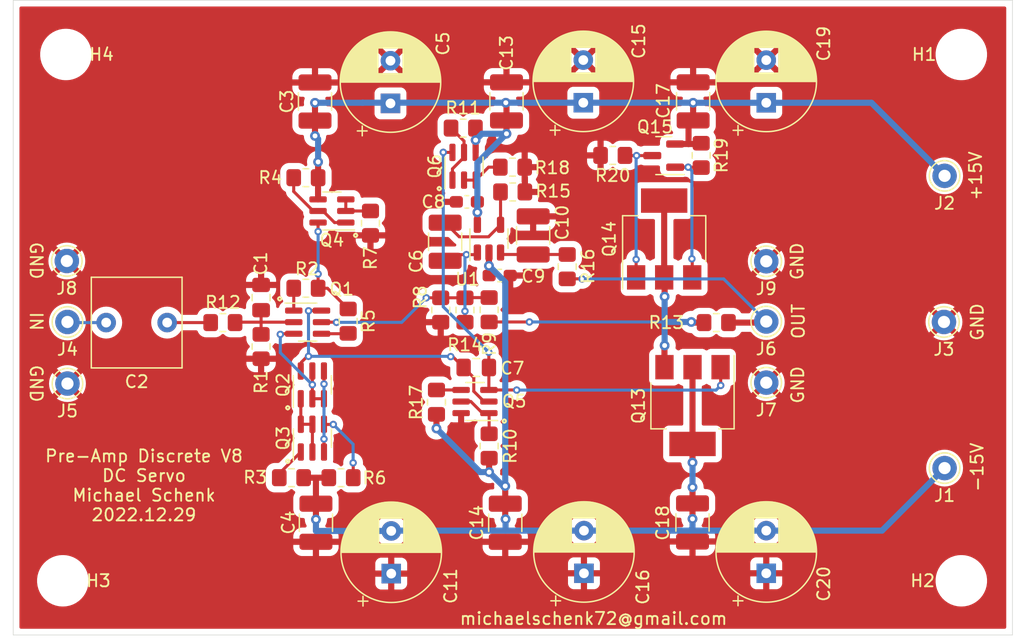
<source format=kicad_pcb>
(kicad_pcb (version 20211014) (generator pcbnew)
  (layers (0 "F.Cu" signal) (31 "B.Cu" signal) (34 "B.Paste" user) (35 "F.Paste" user) (36 "B.SilkS" user "B.Silkscreen") (37 "F.SilkS" user "F.Silkscreen") (38 "B.Mask" user) (39 "F.Mask" user) (44 "Edge.Cuts" user))
  (net 0 "")
  (net 1 "GND")
  (net 2 "+15V")
  (net 3 "Net-(C2-Pad2)")
  (net 4 "Net-(C2-Pad1)")
  (net 5 "-15V")
  (net 6 "Net-(C7-Pad1)")
  (net 7 "Net-(C10-Pad2)")
  (net 8 "Net-(C1-Pad2)")
  (net 9 "Net-(C7-Pad2)")
  (net 10 "Net-(C6-Pad2)")
  (net 11 "DCSERVO_OUT")
  (net 12 "DCSERVO_IN")
  (net 13 "Net-(Q1-Pad1)")
  (net 14 "Net-(Q1-Pad4)")
  (net 15 "Net-(Q1-Pad5)")
  (net 16 "Net-(Q3-Pad1)")
  (net 17 "Net-(Q2-Pad1)")
  (net 18 "Net-(Q14-Pad1)")
  (net 19 "Net-(Q14-Pad3)")
  (net 20 "Net-(Q2-Pad4)")
  (net 21 "Net-(Q3-Pad4)")
  (net 22 "Net-(Q4-Pad1)")
  (net 23 "Net-(Q4-Pad2)")
  (net 24 "Net-(Q4-Pad6)")
  (net 25 "Net-(Q5-Pad1)")
  (net 26 "Net-(Q5-Pad4)")
  (net 27 "Net-(Q6-Pad1)")
  (net 28 "Net-(Q6-Pad2)")
  (net 29 "Net-(Q1-Pad3)")
  (net 30 "Net-(Q13-Pad3)")
  (footprint "Capacitor_THT:C_Rect_L7.2mm_W7.2mm_P5.00mm_FKS2_FKP2_MKS2_MKP2" (layer "F.Cu") (at 134.54 122.3264 180)
    (fp_text reference "C2")
    (fp_text value "3.3uF")
  )
  (footprint "MountingHole:MountingHole_3.2mm_M3" (layer "F.Cu") (at 125.984 143.51)
    (fp_text reference "H3")
    (fp_text value "MountingHole")
  )
  (footprint "Connector_Pin:Pin_D1.0mm_L10.0mm" (layer "F.Cu") (at 126.365 122.2756)
    (fp_text reference "J4")
    (fp_text value "Conn_01x01")
  )
  (footprint "Connector_Pin:Pin_D1.0mm_L10.0mm" (layer "F.Cu") (at 126.365 127.3302)
    (fp_text reference "J5")
    (fp_text value "Conn_01x01")
  )
  (footprint "Package_SO:SC-74-6_1.5x2.9mm_P0.95mm" (layer "F.Cu") (at 158.877 109.4994 90)
    (fp_text reference "Q6")
    (fp_text value "BCM857DS,115")
  )
  (footprint "Resistor_SMD:R_0805_2012Metric_Pad1.20x1.40mm_HandSolder" (layer "F.Cu") (at 142.24 124.2916 -90)
    (fp_text reference "R1")
    (fp_text value "47k")
  )
  (footprint "Resistor_SMD:R_0805_2012Metric_Pad1.20x1.40mm_HandSolder" (layer "F.Cu") (at 145.9136 119.507 180)
    (fp_text reference "R2")
    (fp_text value "180R")
  )
  (footprint "Resistor_SMD:R_0805_2012Metric_Pad1.20x1.40mm_HandSolder" (layer "F.Cu") (at 144.7292 135.0518)
    (fp_text reference "R3")
    (fp_text value "220R")
  )
  (footprint "Resistor_SMD:R_0805_2012Metric_Pad1.20x1.40mm_HandSolder" (layer "F.Cu") (at 149.3774 122.2088 -90)
    (fp_text reference "R5")
    (fp_text value "180R")
  )
  (footprint "Resistor_SMD:R_0805_2012Metric_Pad1.20x1.40mm_HandSolder" (layer "F.Cu") (at 148.7932 135.0518 180)
    (fp_text reference "R6")
    (fp_text value "220R")
  )
  (footprint "Resistor_SMD:R_0805_2012Metric_Pad1.20x1.40mm_HandSolder" (layer "F.Cu") (at 160.9344 121.2756 90)
    (fp_text reference "R9")
    (fp_text value "10k")
  )
  (footprint "Resistor_SMD:R_0805_2012Metric_Pad1.20x1.40mm_HandSolder" (layer "F.Cu") (at 160.9344 132.4516 -90)
    (fp_text reference "R10")
    (fp_text value "1k")
  )
  (footprint "MountingHole:MountingHole_3.2mm_M3" (layer "F.Cu") (at 199.644 143.51)
    (fp_text reference "H2")
    (fp_text value "MountingHole")
  )
  (footprint "MountingHole:MountingHole_3.2mm_M3" (layer "F.Cu") (at 199.644 100.33)
    (fp_text reference "H1")
    (fp_text value "MountingHole")
  )
  (footprint "Resistor_SMD:R_0805_2012Metric_Pad1.20x1.40mm_HandSolder" (layer "F.Cu") (at 158.8102 106.3697 180)
    (fp_text reference "R11")
    (fp_text value "75R")
  )
  (footprint "MountingHole:MountingHole_3.2mm_M3" (layer "F.Cu") (at 126.238 100.33)
    (fp_text reference "H4")
    (fp_text value "MountingHole")
  )
  (footprint "Resistor_SMD:R_0805_2012Metric_Pad1.20x1.40mm_HandSolder" (layer "F.Cu") (at 156.9659 121.2944 -90)
    (fp_text reference "R8")
    (fp_text value "4.7k")
  )
  (footprint "Connector_Pin:Pin_D1.0mm_L10.0mm" (layer "F.Cu") (at 183.652176 122.2375)
    (fp_text reference "J6")
    (fp_text value "Conn_01x01")
  )
  (footprint "Connector_Pin:Pin_D1.0mm_L10.0mm" (layer "F.Cu") (at 183.652176 127.254)
    (fp_text reference "J7")
    (fp_text value "Conn_01x01")
  )
  (footprint "Resistor_SMD:R_0805_2012Metric_Pad1.20x1.40mm_HandSolder" (layer "F.Cu") (at 179.553376 122.3264 180)
    (fp_text reference "R13")
    (fp_text value "47R")
  )
  (footprint "Capacitor_SMD:C_1210_3225Metric_Pad1.33x2.70mm_HandSolder" (layer "F.Cu") (at 157.3287 115.6931 90)
    (fp_text reference "C6")
    (fp_text value "1uF/16V")
  )
  (footprint "Capacitor_SMD:C_0603_1608Metric_Pad1.08x0.95mm_HandSolder" (layer "F.Cu") (at 159.1078 112.4204)
    (fp_text reference "C8")
    (fp_text value "100nF")
  )
  (footprint "Capacitor_SMD:C_0603_1608Metric_Pad1.08x0.95mm_HandSolder" (layer "F.Cu") (at 161.798 118.4656 180)
    (fp_text reference "C9")
    (fp_text value "100nF")
  )
  (footprint "Capacitor_SMD:C_1210_3225Metric_Pad1.33x2.70mm_HandSolder" (layer "F.Cu") (at 164.5423 115.1759 -90)
    (fp_text reference "C10")
    (fp_text value "1uF/16V")
  )
  (footprint "Connector_Pin:Pin_D1.0mm_L10.0mm" (layer "F.Cu") (at 198.2724 134.2644)
    (fp_text reference "J1")
    (fp_text value "Conn_01x01")
  )
  (footprint "Connector_Pin:Pin_D1.0mm_L10.0mm" (layer "F.Cu") (at 198.2724 110.2868)
    (fp_text reference "J2")
    (fp_text value "Conn_01x01")
  )
  (footprint "Connector_Pin:Pin_D1.0mm_L10.0mm" (layer "F.Cu") (at 198.2216 122.2756)
    (fp_text reference "J3")
    (fp_text value "Conn_01x01")
  )
  (footprint "Package_SO:SC-74-6_1.5x2.9mm_P0.95mm" (layer "F.Cu") (at 146.4462 131.8061 90)
    (fp_text reference "Q3")
    (fp_text value "BCM847DS,115")
  )
  (footprint "Package_SO:SC-74-6_1.5x2.9mm_P0.95mm" (layer "F.Cu") (at 148.0464 113.168655 180)
    (fp_text reference "Q4")
    (fp_text value "BCM857DS,115")
  )
  (footprint "Resistor_SMD:R_0805_2012Metric_Pad1.20x1.40mm_HandSolder" (layer "F.Cu") (at 145.9136 110.4392 180)
    (fp_text reference "R4")
    (fp_text value "150R")
  )
  (footprint "Resistor_SMD:R_0805_2012Metric_Pad1.20x1.40mm_HandSolder" (layer "F.Cu") (at 151.2062 114.170955 -90)
    (fp_text reference "R7")
    (fp_text value "10k")
  )
  (footprint "Resistor_SMD:R_0805_2012Metric_Pad1.20x1.40mm_HandSolder" (layer "F.Cu") (at 158.9532 121.2944 90)
    (fp_text reference "R14")
    (fp_text value "47k")
  )
  (footprint "Resistor_SMD:R_0805_2012Metric_Pad1.20x1.40mm_HandSolder" (layer "F.Cu") (at 162.8648 111.6076)
    (fp_text reference "R15")
    (fp_text value "160k")
  )
  (footprint "Resistor_SMD:R_0805_2012Metric_Pad1.20x1.40mm_HandSolder" (layer "F.Cu") (at 167.3352 117.7384 90)
    (fp_text reference "R16")
    (fp_text value "160k")
  )
  (footprint "Package_TO_SOT_SMD:TSOT-23-5" (layer "F.Cu") (at 160.9203 115.4411 90)
    (fp_text reference "U1")
    (fp_text value "OPA188xxDBV")
  )
  (footprint "Capacitor_SMD:C_0805_2012Metric_Pad1.18x1.45mm_HandSolder" (layer "F.Cu") (at 159.8809 126.0094 180)
    (fp_text reference "C7")
    (fp_text value "150pF/2%/Film")
  )
  (footprint "Package_SO:SC-74-6_1.5x2.9mm_P0.95mm" (layer "F.Cu") (at 146.0555 122.2908)
    (fp_text reference "Q1")
    (fp_text value "BCM857DS,115")
  )
  (footprint "Package_SO:SC-74-6_1.5x2.9mm_P0.95mm" (layer "F.Cu") (at 146.4412 127.4373 90)
    (fp_text reference "Q2")
    (fp_text value "BCM847DS,115")
  )
  (footprint "Package_SO:SC-74-6_1.5x2.9mm_P0.95mm" (layer "F.Cu") (at 159.7754 128.8034 180)
    (fp_text reference "Q5")
    (fp_text value "BCM847DS,115")
  )
  (footprint "Resistor_SMD:R_0805_2012Metric_Pad1.20x1.40mm_HandSolder" (layer "F.Cu") (at 171.069776 108.6104 180)
    (fp_text reference "R20")
    (fp_text value "10k")
  )
  (footprint "Package_TO_SOT_SMD:SOT-223-3_TabPin2" (layer "F.Cu") (at 175.284176 115.468 90)
    (fp_text reference "Q14")
    (fp_text value "DZT5401")
  )
  (footprint "Capacitor_THT:CP_Radial_D8.0mm_P3.50mm" (layer "F.Cu") (at 168.7068 142.8952 90)
    (fp_text reference "C16")
    (fp_text value "220uF")
  )
  (footprint "Capacitor_SMD:C_1210_3225Metric_Pad1.33x2.70mm_HandSolder" (layer "F.Cu") (at 177.657776 104.1785 -90)
    (fp_text reference "C17")
    (fp_text value "100nF")
  )
  (footprint "Resistor_SMD:R_0805_2012Metric_Pad1.20x1.40mm_HandSolder" (layer "F.Cu") (at 156.6164 128.8542 -90)
    (fp_text reference "R17")
    (fp_text value "56")
  )
  (footprint "Connector_Pin:Pin_D1.0mm_L10.0mm" (layer "F.Cu") (at 126.3142 117.2718)
    (fp_text reference "J8")
    (fp_text value "Conn_01x01")
  )
  (footprint "Capacitor_THT:CP_Radial_D8.0mm_P3.50mm" (layer "F.Cu") (at 152.846212 104.3432 90)
    (fp_text reference "C5")
    (fp_text value "220uF")
  )
  (footprint "Capacitor_SMD:C_1210_3225Metric_Pad1.33x2.70mm_HandSolder" (layer "F.Cu") (at 146.7358 138.7471 -90)
    (fp_text reference "C4")
    (fp_text value "100nF")
  )
  (footprint "Package_TO_SOT_SMD:SOT-23" (layer "F.Cu") (at 175.247076 108.6256 180)
    (fp_text reference "Q15")
    (fp_text value "BC860C")
  )
  (footprint "Resistor_SMD:R_0805_2012Metric_Pad1.20x1.40mm_HandSolder" (layer "F.Cu") (at 178.318176 108.6104 -90)
    (fp_text reference "R19")
    (fp_text value "40.2R")
  )
  (footprint "Capacitor_THT:CP_Radial_D8.0mm_P3.50mm" (layer "F.Cu") (at 183.652176 104.2924 90)
    (fp_text reference "C19")
    (fp_text value "220uF")
  )
  (footprint "Connector_Pin:Pin_D1.0mm_L10.0mm" (layer "F.Cu") (at 183.652176 117.2972)
    (fp_text reference "J9")
    (fp_text value "Conn_01x01")
  )
  (footprint "Capacitor_THT:CP_Radial_D8.0mm_P3.50mm" (layer "F.Cu") (at 168.654107 104.2872 90)
    (fp_text reference "C15")
    (fp_text value "220uF")
  )
  (footprint "Capacitor_SMD:C_1210_3225Metric_Pad1.33x2.70mm_HandSolder" (layer "F.Cu") (at 162.3568 104.1785 -90)
    (fp_text reference "C13")
    (fp_text value "100nF")
  )
  (footprint "Resistor_SMD:R_0805_2012Metric_Pad1.20x1.40mm_HandSolder" (layer "F.Cu") (at 162.8488 109.5756)
    (fp_text reference "R18")
    (fp_text value "10k")
  )
  (footprint "Capacitor_SMD:C_1210_3225Metric_Pad1.33x2.70mm_HandSolder" (layer "F.Cu") (at 146.6596 104.1908 -90)
    (fp_text reference "C3")
    (fp_text value "100nF")
  )
  (footprint "Resistor_SMD:R_0805_2012Metric_Pad1.20x1.40mm_HandSolder" (layer "F.Cu") (at 139.1064 122.3264)
    (fp_text reference "R12")
    (fp_text value "470R")
  )
  (footprint "Capacitor_SMD:C_1210_3225Metric_Pad1.33x2.70mm_HandSolder" (layer "F.Cu") (at 177.606976 138.7225 -90)
    (fp_text reference "C18")
    (fp_text value "100nF")
  )
  (footprint "Package_TO_SOT_SMD:SOT-223-3_TabPin2" (layer "F.Cu") (at 177.606976 129.134 -90)
    (fp_text reference "Q13")
    (fp_text value "DZT5401")
  )
  (footprint "Capacitor_SMD:C_1210_3225Metric_Pad1.33x2.70mm_HandSolder" (layer "F.Cu") (at 162.2552 138.7471 -90)
    (fp_text reference "C14")
    (fp_text value "100nF")
  )
  (footprint "Capacitor_SMD:C_0805_2012Metric_Pad1.18x1.45mm_HandSolder" (layer "F.Cu") (at 142.24 120.2729 -90)
    (fp_text reference "C1")
    (fp_text value "33p")
  )
  (footprint "Capacitor_THT:CP_Radial_D8.0mm_P3.50mm" (layer "F.Cu") (at 183.652176 142.8952 90)
    (fp_text reference "C20")
    (fp_text value "220uF")
  )
  (footprint "Capacitor_THT:CP_Radial_D8.0mm_P3.50mm" (layer "F.Cu") (at 152.908 142.9206 90)
    (fp_text reference "C11")
    (fp_text value "220uF")
  )
  (gr_line (start 203.835 95.885) (end 121.92 95.885) (layer "Edge.Cuts") (width 0.05))
  (gr_line (start 203.835 147.955) (end 203.835 95.885) (layer "Edge.Cuts") (width 0.05))
  (gr_line (start 121.92 95.885) (end 121.92 96.52) (layer "Edge.Cuts") (width 0.05))
  (gr_line (start 121.92 96.52) (end 121.92 147.955) (layer "Edge.Cuts") (width 0.05))
  (gr_line (start 121.92 147.955) (end 203.835 147.955) (layer "Edge.Cuts") (width 0.05))
  (gr_text "GND" (at 186.2328 127.4318 90) (layer "F.SilkS") (effects (font (size 1 1))))
  (gr_text "OUT" (at 186.2836 122.2248 90) (layer "F.SilkS") (effects (font (size 1 1))))
  (gr_text "GND" (at 200.9521 122.2756 90) (layer "F.SilkS") (effects (font (size 1 1))))
  (gr_text "Pre-Amp Discrete V8\nDC Servo\nMichael Schenk\n2022.12.29" (at 132.6388 135.6868) (layer "F.SilkS") (effects (font (size 1 1))))
  (gr_text "michaelschenk72@gmail.com" (at 169.4942 146.6088) (layer "F.SilkS") (effects (font (size 1 1))))
  (gr_text "+15V" (at 200.8124 110.2868 90) (layer "F.SilkS") (effects (font (size 1 1))))
  (gr_text "°" (at 144.4244 129.7178) (layer "F.SilkS") (effects (font (size 1 1))))
  (gr_text "GND" (at 186.182 117.2972 90) (layer "F.SilkS") (effects (font (size 1 1))))
  (gr_text "IN" (at 123.7996 122.2248 270) (layer "F.SilkS") (effects (font (size 1 1))))
  (gr_text "°" (at 144.4244 134.112) (layer "F.SilkS") (effects (font (size 1 1))))
  (gr_text "GND" (at 123.7996 117.2464 270) (layer "F.SilkS") (effects (font (size 1 1))))
  (gr_text "°" (at 156.845 111.7346) (layer "F.SilkS") (effects (font (size 1 1))))
  (gr_text "-15V" (at 200.9394 134.1882 90) (layer "F.SilkS") (effects (font (size 1 1))))
  (gr_text "°" (at 149.987 115.57) (layer "F.SilkS") (effects (font (size 1 1))))
  (gr_text "°" (at 143.764 120.777) (layer "F.SilkS") (effects (font (size 1 1))))
  (gr_text "°" (at 162.179 130.81) (layer "F.SilkS") (effects (font (size 1 1))))
  (gr_text "GND" (at 123.7996 127.3302 270) (layer "F.SilkS") (effects (font (size 1 1))))
  (segment (start 162.3568 105.741) (end 162.3568 104.3432) (width 0.5) (layer "F.Cu") (net 2))
  (segment (start 146.6596 104.2924) (end 146.6596 105.7533) (width 0.5) (layer "F.Cu") (net 2))
  (segment (start 162.3568 104.3432) (end 162.3008 104.2872) (width 0.5) (layer "F.Cu") (net 2))
  (segment (start 146.9136 110.4392) (end 146.9136 109.1438) (width 0.5) (layer "F.Cu") (net 2))
  (segment (start 146.9089 112.218655) (end 146.9089 110.4439) (width 0.5) (layer "F.Cu") (net 2))
  (segment (start 177.657776 105.741) (end 177.657776 104.2924) (width 0.5) (layer "F.Cu") (net 2))
  (segment (start 162.3568 105.741) (end 162.3568 106.8324) (width 0.5) (layer "F.Cu") (net 2))
  (segment (start 159.827 107.3556) (end 159.827 106.3865) (width 0.5) (layer "F.Cu") (net 2))
  (segment (start 177.281776 107.6756) (end 177.281776 106.117) (width 0.5) (layer "F.Cu") (net 2))
  (segment (start 159.9703 114.3036) (end 159.9703 113.2829) (width 0.5) (layer "F.Cu") (net 2))
  (segment (start 159.827 106.3865) (end 159.8102 106.3697) (width 0.5) (layer "F.Cu") (net 2))
  (segment (start 146.9089 110.4439) (end 146.9136 110.4392) (width 0.5) (layer "F.Cu") (net 2))
  (segment (start 146.6596 107.0102) (end 146.6596 105.7533) (width 0.5) (layer "F.Cu") (net 2))
  (segment (start 159.827 108.3619) (end 159.827 107.3556) (width 0.5) (layer "F.Cu") (net 2))
  (segment (start 177.281776 107.6756) (end 178.252976 107.6756) (width 0.5) (layer "F.Cu") (net 2))
  (segment (start 159.9703 113.2829) (end 159.9703 112.4204) (width 0.5) (layer "F.Cu") (net 2))
  (segment (start 176.184576 107.6756) (end 177.281776 107.6756) (width 0.5) (layer "F.Cu") (net 2))
  (via (at 159.827 107.3556) (size 0.8) (drill 0.4) (layers "F.Cu" "B.Cu") (net 2))
  (via (at 146.6596 104.2924) (size 0.8) (drill 0.4) (layers "F.Cu" "B.Cu") (net 2))
  (via (at 146.6596 107.0102) (size 0.8) (drill 0.4) (layers "F.Cu" "B.Cu") (net 2))
  (via (at 159.9703 113.2829) (size 0.8) (drill 0.4) (layers "F.Cu" "B.Cu") (net 2))
  (via (at 162.3008 104.2872) (size 0.8) (drill 0.4) (layers "F.Cu" "B.Cu") (net 2))
  (via (at 162.3568 106.8324) (size 0.8) (drill 0.4) (layers "F.Cu" "B.Cu") (net 2))
  (via (at 177.657776 104.2924) (size 0.8) (drill 0.4) (layers "F.Cu" "B.Cu") (net 2))
  (via (at 146.9136 109.1438) (size 0.8) (drill 0.4) (layers "F.Cu" "B.Cu") (net 2))
  (segment (start 177.652576 104.2872) (end 168.654107 104.2872) (width 0.5) (layer "B.Cu") (net 2))
  (segment (start 177.657776 104.2924) (end 177.652576 104.2872) (width 0.5) (layer "B.Cu") (net 2))
  (segment (start 162.3008 104.2872) (end 150.5764 104.2872) (width 0.5) (layer "B.Cu") (net 2))
  (segment (start 168.654107 104.2872) (end 162.3008 104.2872) (width 0.5) (layer "B.Cu") (net 2))
  (segment (start 160.3502 106.8324) (end 159.827 107.3556) (width 0.5) (layer "B.Cu") (net 2))
  (segment (start 146.9136 107.2642) (end 146.6596 107.0102) (width 0.5) (layer "B.Cu") (net 2))
  (segment (start 159.9703 109.2189) (end 162.3568 106.8324) (width 0.5) (layer "B.Cu") (net 2))
  (segment (start 150.5764 104.2872) (end 150.5712 104.2924) (width 0.5) (layer "B.Cu") (net 2))
  (segment (start 150.5712 104.2924) (end 146.6596 104.2924) (width 0.5) (layer "B.Cu") (net 2))
  (segment (start 183.652176 104.2924) (end 177.657776 104.2924) (width 0.5) (layer "B.Cu") (net 2))
  (segment (start 162.3568 106.8324) (end 160.3502 106.8324) (width 0.5) (layer "B.Cu") (net 2))
  (segment (start 183.652176 104.2924) (end 192.278 104.2924) (width 0.5) (layer "B.Cu") (net 2))
  (segment (start 192.278 104.2924) (end 198.2724 110.2868) (width 0.5) (layer "B.Cu") (net 2))
  (segment (start 146.9136 109.1438) (end 146.9136 107.2642) (width 0.5) (layer "B.Cu") (net 2))
  (segment (start 159.9703 113.2829) (end 159.9703 109.2189) (width 0.5) (layer "B.Cu") (net 2))
  (segment (start 129.54 122.3264) (end 126.4158 122.3264) (width 0.25) (layer "B.Cu") (net 3))
  (segment (start 138.1064 122.3264) (end 134.54 122.3264) (width 0.25) (layer "F.Cu") (net 4))
  (segment (start 146.7358 138.4808) (end 146.7358 137.1846) (width 0.5) (layer "F.Cu") (net 5))
  (segment (start 146.7358 135.0518) (end 145.7292 135.0518) (width 0.5) (layer "F.Cu") (net 5))
  (segment (start 160.9203 117.6669) (end 160.9203 118.4504) (width 0.5) (layer "F.Cu") (net 5))
  (segment (start 160.9344 133.4516) (end 160.9344 134.5946) (width 0.5) (layer "F.Cu") (net 5))
  (segment (start 177.606976 132.284) (end 177.606976 125.984) (width 0.5) (layer "F.Cu") (net 5))
  (segment (start 146.7358 137.1846) (end 146.7358 135.0518) (width 0.5) (layer "F.Cu") (net 5))
  (segment (start 177.606976 133.8072) (end 177.606976 132.284) (width 0.5) (layer "F.Cu") (net 5))
  (segment (start 162.2552 137.1846) (end 162.2552 138.43) (width 0.5) (layer "F.Cu") (net 5))
  (segment (start 160.9203 116.5786) (end 160.9203 117.6669) (width 0.5) (layer "F.Cu") (net 5))
  (segment (start 177.606976 137.16) (end 177.606976 138.43) (width 0.5) (layer "F.Cu") (net 5))
  (segment (start 147.7932 135.0518) (end 146.7358 135.0518) (width 0.5) (layer "F.Cu") (net 5))
  (segment (start 156.6164 129.8542) (end 156.6164 131.0132) (width 0.5) (layer "F.Cu") (net 5))
  (segment (start 177.606976 137.16) (end 177.606976 135.8392) (width 0.5) (layer "F.Cu") (net 5))
  (segment (start 162.2552 138.43) (end 162.2806 138.4554) (width 0.5) (layer "F.Cu") (net 5))
  (segment (start 162.2552 137.1846) (end 162.2552 135.7376) (width 0.5) (layer "F.Cu") (net 5))
  (via (at 162.2552 135.7376) (size 0.8) (drill 0.4) (layers "F.Cu" "B.Cu") (net 5))
  (via (at 177.606976 138.43) (size 0.8) (drill 0.4) (layers "F.Cu" "B.Cu") (net 5))
  (via (at 160.9203 117.6669) (size 0.8) (drill 0.4) (layers "F.Cu" "B.Cu") (net 5))
  (via (at 177.606976 135.8392) (size 0.8) (drill 0.4) (layers "F.Cu" "B.Cu") (net 5))
  (via (at 162.2806 138.4554) (size 0.8) (drill 0.4) (layers "F.Cu" "B.Cu") (net 5))
  (via (at 156.6164 131.0132) (size 0.8) (drill 0.4) (layers "F.Cu" "B.Cu") (net 5))
  (via (at 146.7358 138.4808) (size 0.8) (drill 0.4) (layers "F.Cu" "B.Cu") (net 5))
  (via (at 177.606976 133.8072) (size 0.8) (drill 0.4) (layers "F.Cu" "B.Cu") (net 5))
  (via (at 160.9344 134.5946) (size 0.8) (drill 0.4) (layers "F.Cu" "B.Cu") (net 5))
  (segment (start 177.606976 138.43) (end 177.606976 139.192) (width 0.5) (layer "B.Cu") (net 5))
  (segment (start 177.403776 139.3952) (end 168.7068 139.3952) (width 0.5) (layer "B.Cu") (net 5))
  (segment (start 183.652176 139.3952) (end 177.403776 139.3952) (width 0.5) (layer "B.Cu") (net 5))
  (segment (start 162.2552 119.0018) (end 160.9203 117.6669) (width 0.5) (layer "B.Cu") (net 5))
  (segment (start 168.7068 139.3952) (end 162.2806 139.3952) (width 0.5) (layer "B.Cu") (net 5))
  (segment (start 162.0774 135.7376) (end 160.9344 134.5946) (width 0.5) (layer "B.Cu") (net 5))
  (segment (start 162.2806 138.4554) (end 162.2806 139.3952) (width 0.5) (layer "B.Cu") (net 5))
  (segment (start 162.2552 135.7376) (end 162.0774 135.7376) (width 0.5) (layer "B.Cu") (net 5))
  (segment (start 193.1416 139.3952) (end 198.2724 134.2644) (width 0.5) (layer "B.Cu") (net 5))
  (segment (start 177.606976 139.192) (end 177.403776 139.3952) (width 0.5) (layer "B.Cu") (net 5))
  (segment (start 183.652176 139.3952) (end 193.1416 139.3952) (width 0.5) (layer "B.Cu") (net 5))
  (segment (start 177.606976 135.8392) (end 177.606976 133.8072) (width 0.5) (layer "B.Cu") (net 5))
  (segment (start 162.2806 139.3952) (end 152.9334 139.3952) (width 0.5) (layer "B.Cu") (net 5))
  (segment (start 146.7358 139.4206) (end 146.7358 138.4808) (width 0.5) (layer "B.Cu") (net 5))
  (segment (start 152.908 139.4206) (end 146.7358 139.4206) (width 0.5) (layer "B.Cu") (net 5))
  (segment (start 160.9344 134.5946) (end 160.1978 134.5946) (width 0.5) (layer "B.Cu") (net 5))
  (segment (start 162.2552 135.7376) (end 162.2552 119.0018) (width 0.5) (layer "B.Cu") (net 5))
  (segment (start 160.1978 134.5946) (end 156.6164 131.0132) (width 0.5) (layer "B.Cu") (net 5))
  (segment (start 160.9129 127.8534) (end 163.1848 127.8534) (width 0.25) (layer "F.Cu") (net 6))
  (segment (start 160.909 124.7648) (end 160.909 126) (width 0.25) (layer "F.Cu") (net 6))
  (segment (start 160.9129 126.0149) (end 160.9184 126.0094) (width 0.25) (layer "F.Cu") (net 6))
  (segment (start 163.1848 127.8534) (end 163.195 127.8636) (width 0.25) (layer "F.Cu") (net 6))
  (segment (start 160.909 126) (end 160.9184 126.0094) (width 0.25) (layer "F.Cu") (net 6))
  (segment (start 160.9129 127.8534) (end 160.9129 126.0149) (width 0.25) (layer "F.Cu") (net 6))
  (segment (start 179.918376 127.4826) (end 179.918376 125.9954) (width 0.25) (layer "F.Cu") (net 6))
  (segment (start 157.1807 108.3619) (end 157.1752 108.3564) (width 0.25) (layer "F.Cu") (net 6))
  (segment (start 157.927 108.3619) (end 157.1807 108.3619) (width 0.25) (layer "F.Cu") (net 6))
  (via (at 160.909 124.7648) (size 0.6) (drill 0.3) (layers "F.Cu" "B.Cu") (net 6))
  (via (at 179.918376 127.4826) (size 0.6) (drill 0.3) (layers "F.Cu" "B.Cu") (net 6))
  (via (at 157.1752 108.3564) (size 0.6) (drill 0.3) (layers "F.Cu" "B.Cu") (net 6))
  (via (at 163.195 127.8636) (size 0.6) (drill 0.3) (layers "F.Cu" "B.Cu") (net 6))
  (segment (start 157.1752 108.3564) (end 157.1752 121.031) (width 0.25) (layer "B.Cu") (net 6))
  (segment (start 179.537376 127.8636) (end 179.918376 127.4826) (width 0.25) (layer "B.Cu") (net 6))
  (segment (start 163.195 127.8636) (end 179.537376 127.8636) (width 0.25) (layer "B.Cu") (net 6))
  (segment (start 157.1752 121.031) (end 160.909 124.7648) (width 0.25) (layer "B.Cu") (net 6))
  (segment (start 167.3352 116.7384) (end 164.5423 116.7384) (width 0.25) (layer "F.Cu") (net 7))
  (segment (start 164.5423 116.7384) (end 161.883 116.7384) (width 0.25) (layer "F.Cu") (net 7))
  (segment (start 142.24 123.2916) (end 142.24 121.3104) (width 0.25) (layer "F.Cu") (net 8))
  (segment (start 144.918 122.2908) (end 140.142 122.2908) (width 0.25) (layer "F.Cu") (net 8))
  (segment (start 140.142 122.2908) (end 140.1064 122.3264) (width 0.25) (layer "F.Cu") (net 8))
  (segment (start 157.7848 125.1204) (end 157.9544 125.1204) (width 0.25) (layer "F.Cu") (net 9))
  (segment (start 146.1262 125.095) (end 146.0246 125.095) (width 0.25) (layer "F.Cu") (net 9))
  (segment (start 159.6754 126.8414) (end 158.8434 126.0094) (width 0.25) (layer "F.Cu") (net 9))
  (segment (start 160.9129 128.8034) (end 160.514004 128.8034) (width 0.25) (layer "F.Cu") (net 9))
  (segment (start 160.514004 128.8034) (end 159.6754 127.964796) (width 0.25) (layer "F.Cu") (net 9))
  (segment (start 159.6754 127.964796) (end 159.6754 126.8414) (width 0.25) (layer "F.Cu") (net 9))
  (segment (start 157.9544 125.1204) (end 158.8434 126.0094) (width 0.25) (layer "F.Cu") (net 9))
  (segment (start 146.1504 121.3408) (end 146.13 121.3612) (width 0.25) (layer "F.Cu") (net 9))
  (segment (start 147.193 121.3408) (end 146.1504 121.3408) (width 0.25) (layer "F.Cu") (net 9))
  (segment (start 146.0246 125.095) (end 145.542 125.5776) (width 0.25) (layer "F.Cu") (net 9))
  (via (at 146.1262 125.095) (size 0.6) (drill 0.3) (layers "F.Cu" "B.Cu") (net 9))
  (via (at 157.7848 125.1204) (size 0.6) (drill 0.3) (layers "F.Cu" "B.Cu") (net 9))
  (via (at 146.13 121.3612) (size 0.6) (drill 0.3) (layers "F.Cu" "B.Cu") (net 9))
  (segment (start 157.7594 125.095) (end 157.7848 125.1204) (width 0.25) (layer "B.Cu") (net 9))
  (segment (start 146.1262 121.365) (end 146.1262 125.095) (width 0.25) (layer "B.Cu") (net 9))
  (segment (start 146.13 121.3612) (end 146.1262 121.365) (width 0.25) (layer "B.Cu") (net 9))
  (segment (start 146.1262 125.095) (end 157.7594 125.095) (width 0.25) (layer "B.Cu") (net 9))
  (segment (start 161.8703 114.3036) (end 161.8703 111.6131) (width 0.25) (layer "F.Cu") (net 10))
  (segment (start 161.8703 114.3036) (end 160.8828 115.2911) (width 0.25) (layer "F.Cu") (net 10))
  (segment (start 158.4892 115.2911) (end 157.3287 114.1306) (width 0.25) (layer "F.Cu") (net 10))
  (segment (start 160.8828 115.2911) (end 158.4892 115.2911) (width 0.25) (layer "F.Cu") (net 10))
  (segment (start 159.0686 116.7511) (end 157.8332 116.7511) (width 0.25) (layer "F.Cu") (net 11))
  (segment (start 158.9532 122.2944) (end 158.9532 121.3939) (width 0.25) (layer "F.Cu") (net 11))
  (segment (start 159.9703 116.7511) (end 159.0686 116.7511) (width 0.25) (layer "F.Cu") (net 11))
  (via (at 159.0686 116.7511) (size 0.6) (drill 0.3) (layers "F.Cu" "B.Cu") (net 11))
  (via (at 158.9532 121.3939) (size 0.6) (drill 0.3) (layers "F.Cu" "B.Cu") (net 11))
  (segment (start 158.9532 121.3939) (end 158.9532 116.8665) (width 0.25) (layer "B.Cu") (net 11))
  (segment (start 158.9532 116.8665) (end 159.0686 116.7511) (width 0.25) (layer "B.Cu") (net 11))
  (segment (start 167.3352 118.7384) (end 168.5478 118.7384) (width 0.25) (layer "F.Cu") (net 12))
  (segment (start 180.553376 122.3264) (end 183.563276 122.3264) (width 0.5) (layer "F.Cu") (net 12))
  (segment (start 168.5478 118.7384) (end 168.5544 118.745) (width 0.25) (layer "F.Cu") (net 12))
  (via (at 168.5544 118.745) (size 0.6) (drill 0.3) (layers "F.Cu" "B.Cu") (net 12))
  (segment (start 180.159676 118.745) (end 183.652176 122.2375) (width 0.25) (layer "B.Cu") (net 12))
  (segment (start 168.5544 118.745) (end 180.159676 118.745) (width 0.25) (layer "B.Cu") (net 12))
  (segment (start 144.918 121.3408) (end 144.918 119.5114) (width 0.25) (layer "F.Cu") (net 13))
  (segment (start 144.918 119.5114) (end 144.9136 119.507) (width 0.25) (layer "F.Cu") (net 13))
  (segment (start 147.193 123.2408) (end 149.3454 123.2408) (width 0.25) (layer "F.Cu") (net 14))
  (segment (start 149.3454 123.2408) (end 149.3774 123.2088) (width 0.25) (layer "F.Cu") (net 14))
  (segment (start 148.403535 122.2908) (end 148.41995 122.307215) (width 0.25) (layer "F.Cu") (net 15))
  (segment (start 155.7782 120.2944) (end 156.9659 120.2944) (width 0.25) (layer "F.Cu") (net 15))
  (segment (start 160.9344 120.2756) (end 158.972 120.2756) (width 0.25) (layer "F.Cu") (net 15))
  (segment (start 158.9532 120.2944) (end 156.9659 120.2944) (width 0.25) (layer "F.Cu") (net 15))
  (segment (start 147.193 122.2908) (end 148.403535 122.2908) (width 0.25) (layer "F.Cu") (net 15))
  (via (at 155.7782 120.2944) (size 0.6) (drill 0.3) (layers "F.Cu" "B.Cu") (net 15))
  (via (at 148.41995 122.307215) (size 0.6) (drill 0.3) (layers "F.Cu" "B.Cu") (net 15))
  (segment (start 148.41995 122.307215) (end 153.765385 122.307215) (width 0.25) (layer "B.Cu") (net 15))
  (segment (start 153.765385 122.307215) (end 155.7782 120.2944) (width 0.25) (layer "B.Cu") (net 15))
  (segment (start 143.7292 134.7106) (end 145.4962 132.9436) (width 0.25) (layer "F.Cu") (net 16))
  (segment (start 143.7292 135.0518) (end 143.7292 134.7106) (width 0.25) (layer "F.Cu") (net 16))
  (segment (start 146.4462 132.9436) (end 146.4462 130.6686) (width 0.25) (layer "F.Cu") (net 17))
  (segment (start 145.4962 128.5798) (end 145.4912 128.5748) (width 0.25) (layer "F.Cu") (net 17))
  (segment (start 146.4462 130.6686) (end 145.4962 130.6686) (width 0.25) (layer "F.Cu") (net 17))
  (segment (start 145.4962 130.6686) (end 145.4962 128.5798) (width 0.25) (layer "F.Cu") (net 17))
  (segment (start 172.984176 118.618) (end 172.984176 117.1448) (width 0.25) (layer "F.Cu") (net 18))
  (segment (start 173.019776 108.6256) (end 172.084976 108.6256) (width 0.25) (layer "F.Cu") (net 18))
  (segment (start 174.309576 108.6256) (end 173.019776 108.6256) (width 0.25) (layer "F.Cu") (net 18))
  (via (at 173.019776 108.6256) (size 0.6) (drill 0.3) (layers "F.Cu" "B.Cu") (net 18))
  (via (at 172.984176 117.1448) (size 0.6) (drill 0.3) (layers "F.Cu" "B.Cu") (net 18))
  (segment (start 172.984176 117.1448) (end 172.984176 108.6612) (width 0.25) (layer "B.Cu") (net 18))
  (segment (start 172.984176 108.6612) (end 173.019776 108.6256) (width 0.25) (layer "B.Cu") (net 18))
  (segment (start 177.584176 117.122) (end 177.556176 117.094) (width 0.25) (layer "F.Cu") (net 19))
  (segment (start 176.184576 109.5756) (end 177.251376 109.5756) (width 0.25) (layer "F.Cu") (net 19))
  (segment (start 177.584176 118.618) (end 177.584176 117.122) (width 0.25) (layer "F.Cu") (net 19))
  (segment (start 177.251376 109.5756) (end 178.283376 109.5756) (width 0.25) (layer "F.Cu") (net 19))
  (via (at 177.556176 117.094) (size 0.6) (drill 0.3) (layers "F.Cu" "B.Cu") (net 19))
  (via (at 177.251376 109.5756) (size 0.6) (drill 0.3) (layers "F.Cu" "B.Cu") (net 19))
  (segment (start 177.556176 117.094) (end 177.556176 109.8804) (width 0.25) (layer "B.Cu") (net 19))
  (segment (start 177.556176 109.8804) (end 177.251376 109.5756) (width 0.25) (layer "B.Cu") (net 19))
  (segment (start 147.3962 127.3628) (end 147.3962 126.3048) (width 0.25) (layer "F.Cu") (net 20))
  (segment (start 147.3962 132.9436) (end 147.3962 131.8806) (width 0.25) (layer "F.Cu") (net 20))
  (segment (start 147.3962 126.3048) (end 147.3912 126.2998) (width 0.25) (layer "F.Cu") (net 20))
  (via (at 147.3962 127.3628) (size 0.6) (drill 0.3) (layers "F.Cu" "B.Cu") (net 20))
  (via (at 147.3962 131.8806) (size 0.6) (drill 0.3) (layers "F.Cu" "B.Cu") (net 20))
  (segment (start 147.3962 131.8806) (end 147.3962 127.3628) (width 0.25) (layer "B.Cu") (net 20))
  (segment (start 149.7932 135.0518) (end 149.7932 133.842) (width 0.25) (layer "F.Cu") (net 21))
  (segment (start 149.7932 133.842) (end 149.7838 133.8326) (width 0.25) (layer "F.Cu") (net 21))
  (segment (start 148.1582 130.683) (end 147.4106 130.683) (width 0.25) (layer "F.Cu") (net 21))
  (segment (start 147.4106 130.683) (end 147.3962 130.6686) (width 0.25) (layer "F.Cu") (net 21))
  (via (at 148.1582 130.683) (size 0.6) (drill 0.3) (layers "F.Cu" "B.Cu") (net 21))
  (via (at 149.7838 133.8326) (size 0.6) (drill 0.3) (layers "F.Cu" "B.Cu") (net 21))
  (segment (start 148.1582 130.683) (end 149.7838 132.3086) (width 0.25) (layer "B.Cu") (net 21))
  (segment (start 149.7838 132.3086) (end 149.7838 133.8326) (width 0.25) (layer "B.Cu") (net 21))
  (segment (start 146.9089 113.168655) (end 146.510004 113.168655) (width 0.25) (layer "F.Cu") (net 22))
  (segment (start 146.510004 113.168655) (end 144.9136 111.572251) (width 0.25) (layer "F.Cu") (net 22))
  (segment (start 147.307796 113.168655) (end 146.9089 113.168655) (width 0.25) (layer "F.Cu") (net 22))
  (segment (start 148.257796 114.118655) (end 147.307796 113.168655) (width 0.25) (layer "F.Cu") (net 22))
  (segment (start 149.1839 114.118655) (end 148.257796 114.118655) (width 0.25) (layer "F.Cu") (net 22))
  (segment (start 144.9136 111.572251) (end 144.9136 110.4392) (width 0.25) (layer "F.Cu") (net 22))
  (segment (start 149.1862 113.170955) (end 149.1839 113.168655) (width 0.25) (layer "F.Cu") (net 23))
  (segment (start 149.1839 113.168655) (end 149.1839 112.218655) (width 0.25) (layer "F.Cu") (net 23))
  (segment (start 151.2062 113.170955) (end 149.1862 113.170955) (width 0.25) (layer "F.Cu") (net 23))
  (segment (start 146.9089 114.118655) (end 146.9089 114.8541) (width 0.25) (layer "F.Cu") (net 24))
  (segment (start 146.9136 118.3386) (end 146.9136 119.507) (width 0.25) (layer "F.Cu") (net 24))
  (segment (start 146.9089 114.8541) (end 146.9136 114.8588) (width 0.25) (layer "F.Cu") (net 24))
  (segment (start 146.9136 119.507) (end 147.6756 119.507) (width 0.25) (layer "F.Cu") (net 24))
  (segment (start 147.6756 119.507) (end 149.3774 121.2088) (width 0.25) (layer "F.Cu") (net 24))
  (via (at 146.9136 118.3386) (size 0.6) (drill 0.3) (layers "F.Cu" "B.Cu") (net 24))
  (via (at 146.9136 114.8588) (size 0.6) (drill 0.3) (layers "F.Cu" "B.Cu") (net 24))
  (segment (start 146.9136 114.8588) (end 146.9136 118.3386) (width 0.25) (layer "B.Cu") (net 24))
  (segment (start 159.4358 128.8034) (end 158.6379 128.8034) (width 0.25) (layer "F.Cu") (net 25))
  (segment (start 160.3858 129.7534) (end 159.4358 128.8034) (width 0.25) (layer "F.Cu") (net 25))
  (segment (start 160.9129 129.7534) (end 160.3858 129.7534) (width 0.25) (layer "F.Cu") (net 25))
  (segment (start 160.9344 129.7749) (end 160.9129 129.7534) (width 0.25) (layer "F.Cu") (net 25))
  (segment (start 160.9344 131.4516) (end 160.9344 129.7749) (width 0.25) (layer "F.Cu") (net 25))
  (segment (start 158.6379 127.8534) (end 156.6172 127.8534) (width 0.25) (layer "F.Cu") (net 26))
  (segment (start 156.6172 127.8534) (end 156.6164 127.8542) (width 0.25) (layer "F.Cu") (net 26))
  (segment (start 158.877 108.3619) (end 158.877 107.4365) (width 0.25) (layer "F.Cu") (net 27))
  (segment (start 157.927 109.710796) (end 158.877 108.760796) (width 0.25) (layer "F.Cu") (net 27))
  (segment (start 158.877 107.4365) (end 157.8102 106.3697) (width 0.25) (layer "F.Cu") (net 27))
  (segment (start 158.877 108.760796) (end 158.877 108.3619) (width 0.25) (layer "F.Cu") (net 27))
  (segment (start 157.927 110.6369) (end 157.927 109.710796) (width 0.25) (layer "F.Cu") (net 27))
  (segment (start 158.877 110.6369) (end 159.827 110.6369) (width 0.25) (layer "F.Cu") (net 28))
  (segment (start 161.8488 109.5756) (end 160.8883 109.5756) (width 0.25) (layer "F.Cu") (net 28))
  (segment (start 160.8883 109.5756) (end 159.827 110.6369) (width 0.25) (layer "F.Cu") (net 28))
  (segment (start 146.4412 127.4216) (end 146.4412 126.2998) (width 0.25) (layer "F.Cu") (net 29))
  (segment (start 147.3912 128.5748) (end 146.4412 128.5748) (width 0.25) (layer "F.Cu") (net 29))
  (segment (start 146.4412 128.5748) (end 146.4412 127.4216) (width 0.25) (layer "F.Cu") (net 29))
  (segment (start 143.8656 123.2408) (end 143.8148 123.2916) (width 0.25) (layer "F.Cu") (net 29))
  (segment (start 144.918 123.2408) (end 143.8656 123.2408) (width 0.25) (layer "F.Cu") (net 29))
  (via (at 143.8148 123.2916) (size 0.6) (drill 0.3) (layers "F.Cu" "B.Cu") (net 29))
  (via (at 146.4412 127.4216) (size 0.6) (drill 0.3) (layers "F.Cu" "B.Cu") (net 29))
  (segment (start 146.4412 127.4216) (end 143.8148 124.7952) (width 0.25) (layer "B.Cu") (net 29))
  (segment (start 143.8148 124.7952) (end 143.8148 123.2916) (width 0.25) (layer "B.Cu") (net 29))
  (segment (start 175.306976 125.984) (end 175.306976 124.22) (width 0.5) (layer "F.Cu") (net 30))
  (segment (start 177.556176 122.3264) (end 177.505376 122.2756) (width 0.5) (layer "F.Cu") (net 30))
  (segment (start 160.9344 122.2756) (end 164.2364 122.2756) (width 0.25) (layer "F.Cu") (net 30))
  (segment (start 175.306976 124.22) (end 175.320976 124.206) (width 0.5) (layer "F.Cu") (net 30))
  (segment (start 175.284176 118.618) (end 175.284176 112.318) (width 0.5) (layer "F.Cu") (net 30))
  (segment (start 178.553376 122.3264) (end 177.556176 122.3264) (width 0.5) (layer "F.Cu") (net 30))
  (segment (start 175.320976 120.1928) (end 175.320976 118.6548) (width 0.5) (layer "F.Cu") (net 30))
  (via (at 175.320976 120.1928) (size 0.8) (drill 0.4) (layers "F.Cu" "B.Cu") (net 30))
  (via (at 175.320976 124.206) (size 0.8) (drill 0.4) (layers "F.Cu" "B.Cu") (net 30))
  (via (at 164.2364 122.2756) (size 0.6) (drill 0.3) (layers "F.Cu" "B.Cu") (net 30))
  (via (at 177.505376 122.2756) (size 0.8) (drill 0.4) (layers "F.Cu" "B.Cu") (net 30))
  (segment (start 175.320976 124.206) (end 175.320976 122.3772) (width 0.5) (layer "B.Cu") (net 30))
  (segment (start 175.320976 122.3772) (end 175.320976 120.1928) (width 0.5) (layer "B.Cu") (net 30))
  (segment (start 175.422576 122.2756) (end 175.320976 122.3772) (width 0.5) (layer "B.Cu") (net 30))
  (segment (start 177.505376 122.2756) (end 175.422576 122.2756) (width 0.5) (layer "B.Cu") (net 30))
  (segment (start 164.2364 122.2756) (end 175.422576 122.2756) (width 0.25) (layer "B.Cu") (net 30))
  (zone (net 1) (net_name "GND") (layer "F.Cu") (connect_pads (clearance 0.508)) (min_thickness 0.254) (fill yes (thermal_gap 0.508) (thermal_bridge_width 0.508))
    (polygon (pts (xy 203.835 147.955) (xy 121.92 147.955) (xy 121.92 95.885) (xy 203.835 95.885)))
  )
)
</source>
